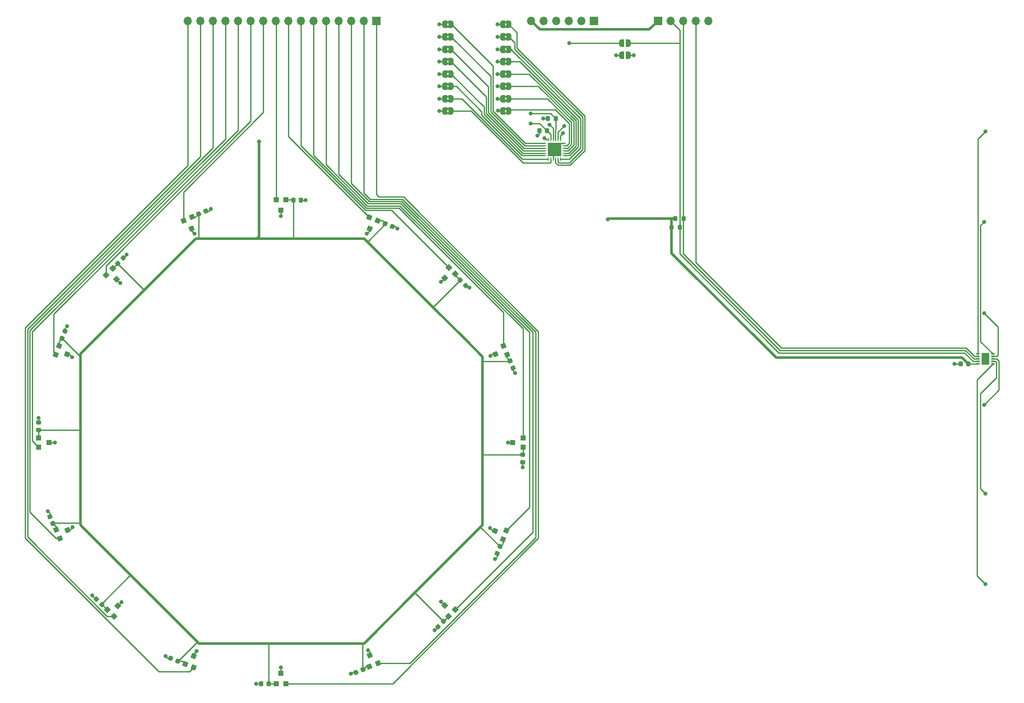
<source format=gtl>
G04 #@! TF.GenerationSoftware,KiCad,Pcbnew,(6.0.2)*
G04 #@! TF.CreationDate,2023-03-16T16:07:34-07:00*
G04 #@! TF.ProjectId,hall-censor-and-cap-touch-prototype,68616c6c-2d63-4656-9e73-6f722d616e64,rev?*
G04 #@! TF.SameCoordinates,Original*
G04 #@! TF.FileFunction,Copper,L1,Top*
G04 #@! TF.FilePolarity,Positive*
%FSLAX46Y46*%
G04 Gerber Fmt 4.6, Leading zero omitted, Abs format (unit mm)*
G04 Created by KiCad (PCBNEW (6.0.2)) date 2023-03-16 16:07:34*
%MOMM*%
%LPD*%
G01*
G04 APERTURE LIST*
G04 Aperture macros list*
%AMRoundRect*
0 Rectangle with rounded corners*
0 $1 Rounding radius*
0 $2 $3 $4 $5 $6 $7 $8 $9 X,Y pos of 4 corners*
0 Add a 4 corners polygon primitive as box body*
4,1,4,$2,$3,$4,$5,$6,$7,$8,$9,$2,$3,0*
0 Add four circle primitives for the rounded corners*
1,1,$1+$1,$2,$3*
1,1,$1+$1,$4,$5*
1,1,$1+$1,$6,$7*
1,1,$1+$1,$8,$9*
0 Add four rect primitives between the rounded corners*
20,1,$1+$1,$2,$3,$4,$5,0*
20,1,$1+$1,$4,$5,$6,$7,0*
20,1,$1+$1,$6,$7,$8,$9,0*
20,1,$1+$1,$8,$9,$2,$3,0*%
%AMRotRect*
0 Rectangle, with rotation*
0 The origin of the aperture is its center*
0 $1 length*
0 $2 width*
0 $3 Rotation angle, in degrees counterclockwise*
0 Add horizontal line*
21,1,$1,$2,0,0,$3*%
%AMFreePoly0*
4,1,22,0.500000,-0.750000,0.000000,-0.750000,0.000000,-0.745033,-0.079941,-0.743568,-0.215256,-0.701293,-0.333266,-0.622738,-0.424486,-0.514219,-0.481581,-0.384460,-0.499164,-0.250000,-0.500000,-0.250000,-0.500000,0.250000,-0.499164,0.250000,-0.499963,0.256109,-0.478152,0.396186,-0.417904,0.524511,-0.324060,0.630769,-0.204165,0.706417,-0.067858,0.745374,0.000000,0.744959,0.000000,0.750000,
0.500000,0.750000,0.500000,-0.750000,0.500000,-0.750000,$1*%
%AMFreePoly1*
4,1,20,0.000000,0.744959,0.073905,0.744508,0.209726,0.703889,0.328688,0.626782,0.421226,0.519385,0.479903,0.390333,0.500000,0.250000,0.500000,-0.250000,0.499851,-0.262216,0.476331,-0.402017,0.414519,-0.529596,0.319384,-0.634700,0.198574,-0.708877,0.061801,-0.746166,0.000000,-0.745033,0.000000,-0.750000,-0.500000,-0.750000,-0.500000,0.750000,0.000000,0.750000,0.000000,0.744959,
0.000000,0.744959,$1*%
G04 Aperture macros list end*
G04 #@! TA.AperFunction,ComponentPad*
%ADD10R,1.700000X1.700000*%
G04 #@! TD*
G04 #@! TA.AperFunction,ComponentPad*
%ADD11O,1.700000X1.700000*%
G04 #@! TD*
G04 #@! TA.AperFunction,SMDPad,CuDef*
%ADD12RoundRect,0.225000X0.017678X-0.335876X0.335876X-0.017678X-0.017678X0.335876X-0.335876X0.017678X0*%
G04 #@! TD*
G04 #@! TA.AperFunction,SMDPad,CuDef*
%ADD13RotRect,1.000000X1.000000X135.000000*%
G04 #@! TD*
G04 #@! TA.AperFunction,SMDPad,CuDef*
%ADD14RoundRect,0.225000X0.250000X-0.225000X0.250000X0.225000X-0.250000X0.225000X-0.250000X-0.225000X0*%
G04 #@! TD*
G04 #@! TA.AperFunction,SMDPad,CuDef*
%ADD15RotRect,1.000000X1.000000X157.500000*%
G04 #@! TD*
G04 #@! TA.AperFunction,SMDPad,CuDef*
%ADD16FreePoly0,180.000000*%
G04 #@! TD*
G04 #@! TA.AperFunction,SMDPad,CuDef*
%ADD17FreePoly1,180.000000*%
G04 #@! TD*
G04 #@! TA.AperFunction,SMDPad,CuDef*
%ADD18FreePoly0,0.000000*%
G04 #@! TD*
G04 #@! TA.AperFunction,SMDPad,CuDef*
%ADD19FreePoly1,0.000000*%
G04 #@! TD*
G04 #@! TA.AperFunction,SMDPad,CuDef*
%ADD20RoundRect,0.225000X0.225000X0.250000X-0.225000X0.250000X-0.225000X-0.250000X0.225000X-0.250000X0*%
G04 #@! TD*
G04 #@! TA.AperFunction,SMDPad,CuDef*
%ADD21RoundRect,0.225000X-0.303544X-0.144866X0.112202X-0.317074X0.303544X0.144866X-0.112202X0.317074X0*%
G04 #@! TD*
G04 #@! TA.AperFunction,SMDPad,CuDef*
%ADD22RoundRect,0.225000X0.144866X-0.303544X0.317074X0.112202X-0.144866X0.303544X-0.317074X-0.112202X0*%
G04 #@! TD*
G04 #@! TA.AperFunction,SMDPad,CuDef*
%ADD23RotRect,1.000000X1.000000X22.500000*%
G04 #@! TD*
G04 #@! TA.AperFunction,SMDPad,CuDef*
%ADD24R,1.000000X1.000000*%
G04 #@! TD*
G04 #@! TA.AperFunction,SMDPad,CuDef*
%ADD25RoundRect,0.225000X-0.250000X0.225000X-0.250000X-0.225000X0.250000X-0.225000X0.250000X0.225000X0*%
G04 #@! TD*
G04 #@! TA.AperFunction,SMDPad,CuDef*
%ADD26RoundRect,0.200000X0.200000X0.275000X-0.200000X0.275000X-0.200000X-0.275000X0.200000X-0.275000X0*%
G04 #@! TD*
G04 #@! TA.AperFunction,SMDPad,CuDef*
%ADD27RotRect,1.000000X1.000000X112.500000*%
G04 #@! TD*
G04 #@! TA.AperFunction,SMDPad,CuDef*
%ADD28RoundRect,0.225000X-0.335876X-0.017678X-0.017678X-0.335876X0.335876X0.017678X0.017678X0.335876X0*%
G04 #@! TD*
G04 #@! TA.AperFunction,SMDPad,CuDef*
%ADD29RoundRect,0.225000X-0.017678X0.335876X-0.335876X0.017678X0.017678X-0.335876X0.335876X-0.017678X0*%
G04 #@! TD*
G04 #@! TA.AperFunction,SMDPad,CuDef*
%ADD30RoundRect,0.225000X0.112202X0.317074X-0.303544X0.144866X-0.112202X-0.317074X0.303544X-0.144866X0*%
G04 #@! TD*
G04 #@! TA.AperFunction,SMDPad,CuDef*
%ADD31RoundRect,0.225000X-0.144866X0.303544X-0.317074X-0.112202X0.144866X-0.303544X0.317074X0.112202X0*%
G04 #@! TD*
G04 #@! TA.AperFunction,SMDPad,CuDef*
%ADD32RoundRect,0.200000X-0.200000X-0.275000X0.200000X-0.275000X0.200000X0.275000X-0.200000X0.275000X0*%
G04 #@! TD*
G04 #@! TA.AperFunction,SMDPad,CuDef*
%ADD33RotRect,1.000000X1.000000X247.500000*%
G04 #@! TD*
G04 #@! TA.AperFunction,SMDPad,CuDef*
%ADD34RotRect,1.000000X1.000000X45.000000*%
G04 #@! TD*
G04 #@! TA.AperFunction,SMDPad,CuDef*
%ADD35RoundRect,0.225000X0.317074X-0.112202X0.144866X0.303544X-0.317074X0.112202X-0.144866X-0.303544X0*%
G04 #@! TD*
G04 #@! TA.AperFunction,SMDPad,CuDef*
%ADD36R,0.790000X0.270000*%
G04 #@! TD*
G04 #@! TA.AperFunction,SMDPad,CuDef*
%ADD37R,0.270000X0.790000*%
G04 #@! TD*
G04 #@! TA.AperFunction,SMDPad,CuDef*
%ADD38R,2.700000X2.700000*%
G04 #@! TD*
G04 #@! TA.AperFunction,SMDPad,CuDef*
%ADD39RotRect,1.000000X1.000000X225.000000*%
G04 #@! TD*
G04 #@! TA.AperFunction,SMDPad,CuDef*
%ADD40RotRect,1.000000X1.000000X202.500000*%
G04 #@! TD*
G04 #@! TA.AperFunction,SMDPad,CuDef*
%ADD41RotRect,1.000000X1.000000X315.000000*%
G04 #@! TD*
G04 #@! TA.AperFunction,SMDPad,CuDef*
%ADD42RoundRect,0.225000X-0.225000X-0.250000X0.225000X-0.250000X0.225000X0.250000X-0.225000X0.250000X0*%
G04 #@! TD*
G04 #@! TA.AperFunction,SMDPad,CuDef*
%ADD43RotRect,1.000000X1.000000X337.500000*%
G04 #@! TD*
G04 #@! TA.AperFunction,SMDPad,CuDef*
%ADD44RoundRect,0.225000X0.335876X0.017678X0.017678X0.335876X-0.335876X-0.017678X-0.017678X-0.335876X0*%
G04 #@! TD*
G04 #@! TA.AperFunction,SMDPad,CuDef*
%ADD45RoundRect,0.225000X-0.112202X-0.317074X0.303544X-0.144866X0.112202X0.317074X-0.303544X0.144866X0*%
G04 #@! TD*
G04 #@! TA.AperFunction,SMDPad,CuDef*
%ADD46RotRect,1.000000X1.000000X292.500000*%
G04 #@! TD*
G04 #@! TA.AperFunction,SMDPad,CuDef*
%ADD47RoundRect,0.225000X0.303544X0.144866X-0.112202X0.317074X-0.303544X-0.144866X0.112202X-0.317074X0*%
G04 #@! TD*
G04 #@! TA.AperFunction,SMDPad,CuDef*
%ADD48RotRect,1.000000X1.000000X67.500000*%
G04 #@! TD*
G04 #@! TA.AperFunction,SMDPad,CuDef*
%ADD49R,1.550000X2.480000*%
G04 #@! TD*
G04 #@! TA.AperFunction,SMDPad,CuDef*
%ADD50R,0.650000X0.300000*%
G04 #@! TD*
G04 #@! TA.AperFunction,SMDPad,CuDef*
%ADD51RoundRect,0.225000X-0.317074X0.112202X-0.144866X-0.303544X0.317074X-0.112202X0.144866X0.303544X0*%
G04 #@! TD*
G04 #@! TA.AperFunction,ViaPad*
%ADD52C,0.800000*%
G04 #@! TD*
G04 #@! TA.AperFunction,Conductor*
%ADD53C,0.250000*%
G04 #@! TD*
G04 #@! TA.AperFunction,Conductor*
%ADD54C,0.500000*%
G04 #@! TD*
G04 APERTURE END LIST*
G36*
X176000000Y-126350000D02*
G01*
X175500000Y-126350000D01*
X175500000Y-125950000D01*
X176000000Y-125950000D01*
X176000000Y-126350000D01*
G37*
G36*
X176000000Y-125550000D02*
G01*
X175500000Y-125550000D01*
X175500000Y-125150000D01*
X176000000Y-125150000D01*
X176000000Y-125550000D01*
G37*
G36*
X176000000Y-113850000D02*
G01*
X175500000Y-113850000D01*
X175500000Y-113450000D01*
X176000000Y-113450000D01*
X176000000Y-113850000D01*
G37*
G36*
X176000000Y-113050000D02*
G01*
X175500000Y-113050000D01*
X175500000Y-112650000D01*
X176000000Y-112650000D01*
X176000000Y-113050000D01*
G37*
G36*
X187650000Y-110550000D02*
G01*
X187150000Y-110550000D01*
X187150000Y-110150000D01*
X187650000Y-110150000D01*
X187650000Y-110550000D01*
G37*
G36*
X187650000Y-111350000D02*
G01*
X187150000Y-111350000D01*
X187150000Y-110950000D01*
X187650000Y-110950000D01*
X187650000Y-111350000D01*
G37*
G36*
X176000000Y-111350000D02*
G01*
X175500000Y-111350000D01*
X175500000Y-110950000D01*
X176000000Y-110950000D01*
X176000000Y-111350000D01*
G37*
G36*
X176000000Y-110550000D02*
G01*
X175500000Y-110550000D01*
X175500000Y-110150000D01*
X176000000Y-110150000D01*
X176000000Y-110550000D01*
G37*
G36*
X176000000Y-123850000D02*
G01*
X175500000Y-123850000D01*
X175500000Y-123450000D01*
X176000000Y-123450000D01*
X176000000Y-123850000D01*
G37*
G36*
X176000000Y-123050000D02*
G01*
X175500000Y-123050000D01*
X175500000Y-122650000D01*
X176000000Y-122650000D01*
X176000000Y-123050000D01*
G37*
G36*
X176000000Y-116350000D02*
G01*
X175500000Y-116350000D01*
X175500000Y-115950000D01*
X176000000Y-115950000D01*
X176000000Y-116350000D01*
G37*
G36*
X176000000Y-115550000D02*
G01*
X175500000Y-115550000D01*
X175500000Y-115150000D01*
X176000000Y-115150000D01*
X176000000Y-115550000D01*
G37*
G36*
X187650000Y-125550000D02*
G01*
X187150000Y-125550000D01*
X187150000Y-125150000D01*
X187650000Y-125150000D01*
X187650000Y-125550000D01*
G37*
G36*
X187650000Y-126350000D02*
G01*
X187150000Y-126350000D01*
X187150000Y-125950000D01*
X187650000Y-125950000D01*
X187650000Y-126350000D01*
G37*
G36*
X187650000Y-120550000D02*
G01*
X187150000Y-120550000D01*
X187150000Y-120150000D01*
X187650000Y-120150000D01*
X187650000Y-120550000D01*
G37*
G36*
X187650000Y-121350000D02*
G01*
X187150000Y-121350000D01*
X187150000Y-120950000D01*
X187650000Y-120950000D01*
X187650000Y-121350000D01*
G37*
G36*
X187650000Y-113050000D02*
G01*
X187150000Y-113050000D01*
X187150000Y-112650000D01*
X187650000Y-112650000D01*
X187650000Y-113050000D01*
G37*
G36*
X187650000Y-113850000D02*
G01*
X187150000Y-113850000D01*
X187150000Y-113450000D01*
X187650000Y-113450000D01*
X187650000Y-113850000D01*
G37*
G36*
X176000000Y-118050000D02*
G01*
X175500000Y-118050000D01*
X175500000Y-117650000D01*
X176000000Y-117650000D01*
X176000000Y-118050000D01*
G37*
G36*
X176000000Y-118850000D02*
G01*
X175500000Y-118850000D01*
X175500000Y-118450000D01*
X176000000Y-118450000D01*
X176000000Y-118850000D01*
G37*
G36*
X176000000Y-128850000D02*
G01*
X175500000Y-128850000D01*
X175500000Y-128450000D01*
X176000000Y-128450000D01*
X176000000Y-128850000D01*
G37*
G36*
X176000000Y-128050000D02*
G01*
X175500000Y-128050000D01*
X175500000Y-127650000D01*
X176000000Y-127650000D01*
X176000000Y-128050000D01*
G37*
G36*
X176000000Y-121350000D02*
G01*
X175500000Y-121350000D01*
X175500000Y-120950000D01*
X176000000Y-120950000D01*
X176000000Y-121350000D01*
G37*
G36*
X176000000Y-120550000D02*
G01*
X175500000Y-120550000D01*
X175500000Y-120150000D01*
X176000000Y-120150000D01*
X176000000Y-120550000D01*
G37*
G36*
X187650000Y-128050000D02*
G01*
X187150000Y-128050000D01*
X187150000Y-127650000D01*
X187650000Y-127650000D01*
X187650000Y-128050000D01*
G37*
G36*
X187650000Y-128850000D02*
G01*
X187150000Y-128850000D01*
X187150000Y-128450000D01*
X187650000Y-128450000D01*
X187650000Y-128850000D01*
G37*
G36*
X187650000Y-115550000D02*
G01*
X187150000Y-115550000D01*
X187150000Y-115150000D01*
X187650000Y-115150000D01*
X187650000Y-115550000D01*
G37*
G36*
X187650000Y-116350000D02*
G01*
X187150000Y-116350000D01*
X187150000Y-115950000D01*
X187650000Y-115950000D01*
X187650000Y-116350000D01*
G37*
G36*
X187650000Y-118050000D02*
G01*
X187150000Y-118050000D01*
X187150000Y-117650000D01*
X187650000Y-117650000D01*
X187650000Y-118050000D01*
G37*
G36*
X187650000Y-118850000D02*
G01*
X187150000Y-118850000D01*
X187150000Y-118450000D01*
X187650000Y-118450000D01*
X187650000Y-118850000D01*
G37*
G36*
X187650000Y-123050000D02*
G01*
X187150000Y-123050000D01*
X187150000Y-122650000D01*
X187650000Y-122650000D01*
X187650000Y-123050000D01*
G37*
G36*
X187650000Y-123850000D02*
G01*
X187150000Y-123850000D01*
X187150000Y-123450000D01*
X187650000Y-123450000D01*
X187650000Y-123850000D01*
G37*
D10*
X161300000Y-110000000D03*
D11*
X158760000Y-110000000D03*
X156220000Y-110000000D03*
X153680000Y-110000000D03*
X151140000Y-110000000D03*
X148600000Y-110000000D03*
X146060000Y-110000000D03*
X143520000Y-110000000D03*
X140980000Y-110000000D03*
X138440000Y-110000000D03*
X135900000Y-110000000D03*
X133360000Y-110000000D03*
X130820000Y-110000000D03*
X128280000Y-110000000D03*
X125740000Y-110000000D03*
X123200000Y-110000000D03*
D12*
X173765544Y-232531560D03*
X174861560Y-231435544D03*
D13*
X177256676Y-161206827D03*
X175913173Y-159863324D03*
X175100000Y-162020000D03*
D14*
X190850000Y-199295000D03*
X190850000Y-197745000D03*
D15*
X161595510Y-150447469D03*
X159840139Y-149720370D03*
X159914189Y-152024067D03*
D16*
X212150000Y-114500000D03*
D17*
X210850000Y-114500000D03*
D18*
X175100000Y-125750000D03*
D19*
X176400000Y-125750000D03*
D20*
X195775000Y-132250000D03*
X194225000Y-132250000D03*
D21*
X119766168Y-238862786D03*
X121198182Y-239455946D03*
D22*
X185696896Y-217761958D03*
X186290056Y-216329944D03*
D18*
X175100000Y-113250000D03*
D19*
X176400000Y-113250000D03*
D23*
X159874132Y-240603623D03*
X161629503Y-239876524D03*
X159948182Y-238299926D03*
D20*
X197525000Y-129750000D03*
X195975000Y-129750000D03*
D16*
X188050000Y-110750000D03*
D17*
X186750000Y-110750000D03*
D24*
X142975000Y-146220000D03*
X141075000Y-146220000D03*
X142025000Y-148320000D03*
D18*
X175100000Y-110750000D03*
D19*
X176400000Y-110750000D03*
D25*
X93100000Y-191245000D03*
X93100000Y-192795000D03*
D24*
X190900000Y-196220000D03*
X190900000Y-194320000D03*
X188800000Y-195270000D03*
D26*
X223325000Y-150000000D03*
X221675000Y-150000000D03*
D18*
X175100000Y-123250000D03*
D19*
X176400000Y-123250000D03*
D18*
X175100000Y-115750000D03*
D19*
X176400000Y-115750000D03*
D27*
X187683623Y-177495868D03*
X186956524Y-175740497D03*
X185379926Y-177421818D03*
D28*
X104753984Y-226923984D03*
X105850000Y-228020000D03*
D29*
X110148008Y-157971992D03*
X109051992Y-159068008D03*
D30*
X126816007Y-148473420D03*
X125383993Y-149066580D03*
D31*
X98396580Y-172803993D03*
X97803420Y-174236007D03*
D32*
X220925000Y-151750000D03*
X222575000Y-151750000D03*
D33*
X97243476Y-175740497D03*
X96516377Y-177495868D03*
X98820074Y-177421818D03*
D34*
X175884263Y-230397766D03*
X177227766Y-229054263D03*
X175071090Y-228241090D03*
D24*
X93050000Y-194320000D03*
X93050000Y-196220000D03*
X95150000Y-195270000D03*
D16*
X188050000Y-125750000D03*
D17*
X186750000Y-125750000D03*
D16*
X212150000Y-117000000D03*
D17*
X210850000Y-117000000D03*
D16*
X188050000Y-120750000D03*
D17*
X186750000Y-120750000D03*
D35*
X188303420Y-178803993D03*
X188896580Y-180236007D03*
D16*
X188050000Y-113250000D03*
D17*
X186750000Y-113250000D03*
D10*
X205250000Y-110000000D03*
D11*
X202710000Y-110000000D03*
X200170000Y-110000000D03*
X197630000Y-110000000D03*
X195090000Y-110000000D03*
X192550000Y-110000000D03*
D36*
X195280000Y-134750000D03*
X195280000Y-135250000D03*
X195280000Y-135750000D03*
X195280000Y-136250000D03*
X195280000Y-136750000D03*
X195280000Y-137250000D03*
D37*
X196000000Y-137970000D03*
X196500000Y-137970000D03*
X197000000Y-137970000D03*
X197500000Y-137970000D03*
X198000000Y-137970000D03*
X198500000Y-137970000D03*
D36*
X199220000Y-137250000D03*
X199220000Y-136750000D03*
X199220000Y-136250000D03*
X199220000Y-135750000D03*
X199220000Y-135250000D03*
X199220000Y-134750000D03*
D37*
X198500000Y-134030000D03*
X198000000Y-134030000D03*
X197500000Y-134030000D03*
X197000000Y-134030000D03*
X196500000Y-134030000D03*
X196000000Y-134030000D03*
D38*
X197250000Y-136000000D03*
D39*
X108029289Y-160105786D03*
X106685786Y-161449289D03*
X108842462Y-162262462D03*
D40*
X124075868Y-149686377D03*
X122320497Y-150413476D03*
X124001818Y-151990074D03*
D18*
X175100000Y-118250000D03*
D19*
X176400000Y-118250000D03*
D18*
X175100000Y-128250000D03*
D19*
X176400000Y-128250000D03*
D24*
X141075000Y-244070000D03*
X142975000Y-244070000D03*
X142025000Y-241970000D03*
D10*
X218175000Y-110000000D03*
D11*
X220715000Y-110000000D03*
X223255000Y-110000000D03*
X225795000Y-110000000D03*
X228335000Y-110000000D03*
D41*
X106935786Y-229090711D03*
X108279289Y-230434214D03*
X109092462Y-228277538D03*
D18*
X175100000Y-120750000D03*
D19*
X176400000Y-120750000D03*
D20*
X146050000Y-146270000D03*
X144500000Y-146270000D03*
D16*
X188050000Y-128250000D03*
D17*
X186750000Y-128250000D03*
D42*
X138000000Y-244020000D03*
X139550000Y-244020000D03*
D16*
X188050000Y-115750000D03*
D17*
X186750000Y-115750000D03*
D16*
X188050000Y-118250000D03*
D17*
X186750000Y-118250000D03*
D16*
X188050000Y-123250000D03*
D17*
X186750000Y-123250000D03*
D43*
X122668679Y-240062470D03*
X124424050Y-240789569D03*
X124350000Y-238485872D03*
D20*
X279300000Y-179385000D03*
X280850000Y-179385000D03*
D44*
X179342462Y-163527538D03*
X178246446Y-162431522D03*
D45*
X157133993Y-241816580D03*
X158566007Y-241223420D03*
D46*
X96614559Y-212945950D03*
X97341658Y-214701321D03*
X98918256Y-213020000D03*
D47*
X164532014Y-151600573D03*
X163100000Y-151007413D03*
D48*
X186850000Y-214825454D03*
X187577099Y-213070083D03*
X185273402Y-213144133D03*
D49*
X284325000Y-178385000D03*
D50*
X285875000Y-177385000D03*
X285875000Y-177885000D03*
X285875000Y-178385000D03*
X285875000Y-178885000D03*
X285875000Y-179385000D03*
X282775000Y-179385000D03*
X282775000Y-178885000D03*
X282775000Y-178385000D03*
X282775000Y-177885000D03*
X282775000Y-177385000D03*
D51*
X95355022Y-210239804D03*
X95948182Y-211671818D03*
D52*
X137575000Y-134385000D03*
X192500000Y-130750000D03*
X208075000Y-150135000D03*
X192500000Y-128750000D03*
X109850000Y-227520000D03*
X124948182Y-237455946D03*
X165566007Y-152053993D03*
X94948182Y-209171818D03*
X193825000Y-133250000D03*
X173063552Y-233233552D03*
X142025000Y-149520000D03*
X96350000Y-195270000D03*
X180092462Y-164006945D03*
X187850000Y-195270000D03*
X127850000Y-148020000D03*
X197750000Y-136500000D03*
X98850000Y-171770000D03*
X189350000Y-181270000D03*
X103911813Y-226208188D03*
X278075000Y-179385000D03*
X174342462Y-162777538D03*
X137025000Y-244020000D03*
X284325000Y-178385000D03*
X110850000Y-157270000D03*
X195000000Y-129750000D03*
X197750000Y-135500000D03*
X196750000Y-135500000D03*
X124600000Y-153020000D03*
X184350000Y-177770000D03*
X93100000Y-190270000D03*
X196750000Y-136500000D03*
X142025000Y-240770000D03*
X109600000Y-163020000D03*
X147025000Y-146270000D03*
X118698182Y-238455946D03*
X159316007Y-153053993D03*
X156100000Y-242020000D03*
X184243476Y-212545951D03*
X190850000Y-200270000D03*
X174313552Y-227483552D03*
X159600000Y-237270000D03*
X185243476Y-218795951D03*
X99948182Y-212421818D03*
X99850000Y-178020000D03*
X284074998Y-150635000D03*
X284074999Y-169134998D03*
X284075000Y-187635000D03*
X284325000Y-205635000D03*
X284325000Y-223885000D03*
X174000000Y-110750000D03*
X174000000Y-113250000D03*
X174000000Y-115750000D03*
X174000000Y-118250000D03*
X174000000Y-120750000D03*
X174000000Y-123250000D03*
X174000000Y-125750000D03*
X174000000Y-128250000D03*
X185750000Y-110750000D03*
X185750000Y-113250000D03*
X185750000Y-115750000D03*
X185750000Y-118250000D03*
X185750000Y-120750000D03*
X185750000Y-123250000D03*
X185750000Y-125750000D03*
X185832263Y-128167737D03*
X209750000Y-117000000D03*
X199250000Y-131250000D03*
X199000000Y-132750000D03*
X200250000Y-114500000D03*
X195250000Y-133750000D03*
X196250000Y-131000000D03*
X213250000Y-117000000D03*
X284325000Y-132385000D03*
D53*
X190795704Y-137970000D02*
X196000000Y-137970000D01*
X178575704Y-125750000D02*
X190795704Y-137970000D01*
X176400000Y-125750000D02*
X178575704Y-125750000D01*
X196500000Y-138615000D02*
X196500000Y-137970000D01*
X186750000Y-128250000D02*
X185914526Y-128250000D01*
X184848533Y-128208605D02*
X191389927Y-134749999D01*
X176500000Y-110750000D02*
X184848533Y-119098533D01*
X184399023Y-128394799D02*
X191254224Y-135250000D01*
X191118520Y-135750000D02*
X195280000Y-135750000D01*
X183949513Y-128580993D02*
X191118520Y-135750000D01*
X183949511Y-123299511D02*
X183949513Y-128580993D01*
X176400000Y-115750000D02*
X183949511Y-123299511D01*
X180440000Y-128250000D02*
X190940000Y-138750000D01*
X191254224Y-135250000D02*
X195280000Y-135250000D01*
X183500003Y-128767187D02*
X190982816Y-136250000D01*
X190940000Y-138750000D02*
X196365000Y-138750000D01*
X176400000Y-118250000D02*
X183500001Y-125350001D01*
X176400000Y-113250000D02*
X184399023Y-121249023D01*
X190847112Y-136750000D02*
X195280000Y-136750000D01*
X191389927Y-134749999D02*
X195280000Y-134750000D01*
X183050493Y-128953381D02*
X190847112Y-136750000D01*
X176400000Y-128250000D02*
X180440000Y-128250000D01*
X182575000Y-128385000D02*
X182575000Y-129113592D01*
X185914526Y-128250000D02*
X185832263Y-128167737D01*
X177440000Y-123250000D02*
X182575000Y-128385000D01*
X176400000Y-123250000D02*
X177440000Y-123250000D01*
X196365000Y-138750000D02*
X196500000Y-138615000D01*
X184848533Y-119098533D02*
X184848533Y-128208605D01*
X190711408Y-137250000D02*
X195280000Y-137250000D01*
X182575000Y-129113592D02*
X190711408Y-137250000D01*
X183500001Y-125350001D02*
X183500003Y-128767187D01*
X184399023Y-121249023D02*
X184399023Y-128394799D01*
X190982816Y-136250000D02*
X195280000Y-136250000D01*
X183050491Y-127400491D02*
X183050493Y-128953381D01*
X176400000Y-110750000D02*
X176500000Y-110750000D01*
X176400000Y-120750000D02*
X183050491Y-127400491D01*
X203396585Y-136239132D02*
X200436197Y-139199520D01*
X197948802Y-139199520D02*
X197500000Y-138750718D01*
X203396585Y-129260867D02*
X203396585Y-136239132D01*
X189699511Y-115563793D02*
X203396585Y-129260867D01*
X197500000Y-138750718D02*
X197500000Y-137970000D01*
X189699511Y-112399511D02*
X189699511Y-115563793D01*
X200436197Y-139199520D02*
X197948802Y-139199520D01*
X188050000Y-110750000D02*
X189699511Y-112399511D01*
D54*
X137187212Y-154022788D02*
X137575000Y-153635000D01*
X137575000Y-153635000D02*
X137575000Y-134385000D01*
X208210000Y-150000000D02*
X208075000Y-150135000D01*
X220925000Y-150000000D02*
X208210000Y-150000000D01*
D53*
X194225000Y-132850000D02*
X193825000Y-133250000D01*
X194225000Y-132250000D02*
X194225000Y-132850000D01*
X198500000Y-134750000D02*
X197250000Y-136000000D01*
X199220000Y-134750000D02*
X198500000Y-134750000D01*
X197000000Y-136250000D02*
X197250000Y-136000000D01*
X197000000Y-137970000D02*
X197000000Y-136250000D01*
D54*
X137187212Y-154022788D02*
X144462788Y-154022788D01*
X125437212Y-154022788D02*
X137187212Y-154022788D01*
X242075000Y-178135000D02*
X279600000Y-178135000D01*
X279600000Y-178135000D02*
X280850000Y-179385000D01*
X220925000Y-156985000D02*
X242075000Y-178135000D01*
X220925000Y-151750000D02*
X220925000Y-156985000D01*
D53*
X281879568Y-178885000D02*
X282775000Y-178885000D01*
X280129568Y-177135000D02*
X281879568Y-178885000D01*
X242575000Y-177135000D02*
X280129568Y-177135000D01*
X222575000Y-157135000D02*
X242575000Y-177135000D01*
X222575000Y-151750000D02*
X222575000Y-157135000D01*
X223299520Y-150025480D02*
X223325000Y-150000000D01*
X223299520Y-157109520D02*
X223299520Y-150025480D01*
X242825000Y-176635000D02*
X223299520Y-157109520D01*
X280265272Y-176635000D02*
X242825000Y-176635000D01*
X282015272Y-178385000D02*
X280265272Y-176635000D01*
X282775000Y-178385000D02*
X282015272Y-178385000D01*
X225795000Y-110000000D02*
X225795000Y-158855000D01*
X225795000Y-158855000D02*
X243075000Y-176135000D01*
X282150978Y-177885000D02*
X282775000Y-177885000D01*
X243075000Y-176135000D02*
X280400978Y-176135000D01*
X280400978Y-176135000D02*
X282150978Y-177885000D01*
D54*
X179383673Y-174576327D02*
X182767133Y-177959786D01*
X172758673Y-167951327D02*
X179383673Y-174576327D01*
X124814402Y-154022788D02*
X125437212Y-154022788D01*
X114388595Y-164448595D02*
X124814402Y-154022788D01*
D53*
X178246446Y-162431522D02*
X178246446Y-162463554D01*
X178246446Y-162463554D02*
X172758673Y-167951327D01*
D54*
X159508673Y-154701327D02*
X172758673Y-167951327D01*
X182767133Y-178827133D02*
X182767133Y-197692867D01*
X182767133Y-177959786D02*
X182767133Y-178827133D01*
D53*
X188280280Y-178827133D02*
X182767133Y-178827133D01*
X182819266Y-197745000D02*
X182767133Y-197692867D01*
D54*
X182767133Y-197692867D02*
X182767133Y-211975520D01*
D53*
X190850000Y-197745000D02*
X182819266Y-197745000D01*
X186269944Y-216329944D02*
X182341326Y-212401326D01*
X186290056Y-216329944D02*
X186269944Y-216329944D01*
D54*
X182341326Y-212401326D02*
X169216326Y-225526326D01*
X182767133Y-211975520D02*
X182341326Y-212401326D01*
D53*
X174861560Y-231435544D02*
X169216326Y-225790310D01*
X169216326Y-225790310D02*
X169216326Y-225526326D01*
D54*
X169216326Y-225526326D02*
X158830135Y-235912518D01*
D53*
X158547482Y-241204895D02*
X158547482Y-235912518D01*
D54*
X158830135Y-235912518D02*
X158547482Y-235912518D01*
X158547482Y-235912518D02*
X139547482Y-235912518D01*
D53*
X139550000Y-244020000D02*
X139550000Y-235915036D01*
D54*
X139547482Y-235912518D02*
X125444322Y-235912518D01*
D53*
X139550000Y-235915036D02*
X139547482Y-235912518D01*
D54*
X125120902Y-235589098D02*
X111620902Y-222089098D01*
D53*
X121198182Y-239455946D02*
X121254054Y-239455946D01*
D54*
X125444322Y-235912518D02*
X125120902Y-235589098D01*
D53*
X121254054Y-239455946D02*
X125120902Y-235589098D01*
X105850000Y-227860000D02*
X111620902Y-222089098D01*
X105850000Y-228020000D02*
X105850000Y-227860000D01*
D54*
X111620902Y-222089098D02*
X101507324Y-211975520D01*
X101507324Y-211567324D02*
X101507324Y-192702676D01*
D53*
X96052676Y-211567324D02*
X101507324Y-211567324D01*
D54*
X101507324Y-211975520D02*
X101507324Y-211567324D01*
D53*
X93100000Y-192795000D02*
X101415000Y-192795000D01*
D54*
X101507324Y-192702676D02*
X101507324Y-177952676D01*
D53*
X101415000Y-192795000D02*
X101507324Y-192702676D01*
X97803420Y-174248772D02*
X101507324Y-177952676D01*
D54*
X101507324Y-177952676D02*
X101507324Y-177329865D01*
D53*
X97803420Y-174236007D02*
X97803420Y-174248772D01*
X109051992Y-159111992D02*
X114388595Y-164448595D01*
D54*
X101507324Y-177329865D02*
X114388595Y-164448595D01*
D53*
X125383993Y-149066580D02*
X125383993Y-153969569D01*
X125383993Y-153969569D02*
X125437212Y-154022788D01*
D54*
X124814401Y-154022788D02*
X125437212Y-154022788D01*
D53*
X144500000Y-146270000D02*
X144500000Y-153985576D01*
D54*
X144462788Y-154022788D02*
X158830135Y-154022788D01*
D53*
X144500000Y-153985576D02*
X144462788Y-154022788D01*
X163100000Y-151110000D02*
X159508673Y-154701327D01*
X163100000Y-151007413D02*
X163100000Y-151110000D01*
D54*
X158830135Y-154022788D02*
X159508673Y-154701327D01*
D53*
X138440000Y-110000000D02*
X138440000Y-128520000D01*
X138440000Y-128520000D02*
X122320497Y-144639503D01*
X122320497Y-144639503D02*
X122320497Y-150413476D01*
X123200000Y-139260000D02*
X123200000Y-110000000D01*
X90325000Y-172135000D02*
X123200000Y-139260000D01*
X90325000Y-214635000D02*
X90325000Y-172135000D01*
X123578619Y-241635000D02*
X117325000Y-241635000D01*
X117325000Y-241635000D02*
X90325000Y-214635000D01*
X124424050Y-240789569D02*
X123578619Y-241635000D01*
X90825000Y-172385000D02*
X125740000Y-137470000D01*
X90825000Y-214385000D02*
X90825000Y-172385000D01*
X106874214Y-230434214D02*
X90825000Y-214385000D01*
X108279289Y-230434214D02*
X106874214Y-230434214D01*
X125740000Y-137470000D02*
X125740000Y-110000000D01*
X104627609Y-226923984D02*
X103911813Y-226208188D01*
X104753984Y-226923984D02*
X104627609Y-226923984D01*
X91325000Y-209385000D02*
X91325000Y-172635000D01*
X91325000Y-172635000D02*
X128280000Y-135680000D01*
X96641321Y-214701321D02*
X91325000Y-209385000D01*
X97341658Y-214701321D02*
X96641321Y-214701321D01*
X128280000Y-135680000D02*
X128280000Y-110000000D01*
X130820000Y-133890000D02*
X130820000Y-110000000D01*
X93050000Y-196220000D02*
X91825000Y-194995000D01*
X91825000Y-194995000D02*
X91825000Y-172885000D01*
X91825000Y-172885000D02*
X130820000Y-133890000D01*
X133360000Y-132100000D02*
X133360000Y-110000000D01*
X96133694Y-177113185D02*
X96133694Y-169326306D01*
X96516377Y-177495868D02*
X96133694Y-177113185D01*
X96133694Y-169326306D02*
X133360000Y-132100000D01*
X135900000Y-130310000D02*
X135900000Y-110000000D01*
X106685786Y-159524214D02*
X135900000Y-130310000D01*
X106685786Y-161449289D02*
X106685786Y-159524214D01*
X193475790Y-214495204D02*
X168094470Y-239876524D01*
X160024512Y-146084512D02*
X166588808Y-146084512D01*
X158760000Y-144820000D02*
X160024512Y-146084512D01*
X165844035Y-147882555D02*
X186956524Y-168995044D01*
X159279740Y-147882556D02*
X165844035Y-147882555D01*
X148600000Y-137202816D02*
X159279740Y-147882556D01*
X148600000Y-110000000D02*
X148600000Y-137202816D01*
X159465933Y-147433045D02*
X166030229Y-147433045D01*
X151140000Y-139107112D02*
X159465933Y-147433045D01*
X158760000Y-110000000D02*
X158760000Y-144820000D01*
X151140000Y-110000000D02*
X151140000Y-139107112D01*
X153680000Y-141011408D02*
X159652126Y-146983534D01*
X190900000Y-172302816D02*
X190900000Y-194320000D01*
X192845869Y-213436160D02*
X177227766Y-229054263D01*
X192845869Y-172977277D02*
X192845869Y-213436160D01*
X166402614Y-146534022D02*
X192845869Y-172977277D01*
X159838319Y-146534023D02*
X166402614Y-146534022D01*
X168094470Y-239876524D02*
X161629503Y-239876524D01*
X156220000Y-142915704D02*
X159838319Y-146534023D01*
X156220000Y-110000000D02*
X156220000Y-142915704D01*
X166588808Y-146084512D02*
X193475790Y-172971494D01*
X192215948Y-172983060D02*
X192215948Y-208431234D01*
X159652126Y-146983534D02*
X166216423Y-146983535D01*
X192215948Y-208431234D02*
X187577099Y-213070083D01*
X164381915Y-148332066D02*
X159093546Y-148332066D01*
X186956524Y-168995044D02*
X186956524Y-175740497D01*
X166216423Y-146983535D02*
X192215948Y-172983060D01*
X159840139Y-149720370D02*
X143520000Y-133400231D01*
X193475790Y-172971494D02*
X193475790Y-214495204D01*
X166030229Y-147433045D02*
X190900000Y-172302816D01*
X159093546Y-148332066D02*
X146060000Y-135298520D01*
X153680000Y-110000000D02*
X153680000Y-141011408D01*
X146060000Y-135298520D02*
X146060000Y-110000000D01*
X175913173Y-159863324D02*
X164381915Y-148332066D01*
X143520000Y-133400231D02*
X143520000Y-110000000D01*
X166775000Y-145635000D02*
X161825000Y-145635000D01*
X194025000Y-214635000D02*
X194025000Y-172885000D01*
X161825000Y-145635000D02*
X161300000Y-145110000D01*
X161300000Y-145110000D02*
X161300000Y-110000000D01*
X164590000Y-244070000D02*
X194025000Y-214635000D01*
X194025000Y-172885000D02*
X166775000Y-145635000D01*
X142975000Y-244070000D02*
X164590000Y-244070000D01*
X141075000Y-146220000D02*
X141075000Y-110855000D01*
X179342462Y-163527538D02*
X179821869Y-164006945D01*
X179821869Y-164006945D02*
X180092462Y-164006945D01*
X162540056Y-150447469D02*
X163100000Y-151007413D01*
X175884263Y-230397766D02*
X175884263Y-230412841D01*
X196500000Y-132975000D02*
X195775000Y-132250000D01*
X197500000Y-132024600D02*
X197525000Y-131999600D01*
X93050000Y-194320000D02*
X93050000Y-192845000D01*
X190900000Y-197695000D02*
X190850000Y-197745000D01*
X196500000Y-134030000D02*
X196500000Y-132975000D01*
X124764196Y-149686377D02*
X125383993Y-149066580D01*
X195775000Y-132250000D02*
X194275000Y-130750000D01*
X121198182Y-239455946D02*
X122062155Y-239455946D01*
X187683623Y-177495868D02*
X187683623Y-178184196D01*
D54*
X192550000Y-110000000D02*
X194300000Y-111750000D01*
D53*
X139600000Y-244070000D02*
X139550000Y-244020000D01*
D54*
X220925000Y-150000000D02*
X221675000Y-150000000D01*
D53*
X124075868Y-149686377D02*
X124764196Y-149686377D01*
X186850000Y-214825454D02*
X186850000Y-215770000D01*
D54*
X216425000Y-111750000D02*
X218175000Y-110000000D01*
X194300000Y-111750000D02*
X216425000Y-111750000D01*
D53*
X106920711Y-229090711D02*
X105850000Y-228020000D01*
X108029289Y-160090711D02*
X109051992Y-159068008D01*
X194275000Y-130750000D02*
X192500000Y-130750000D01*
X144450000Y-146220000D02*
X144500000Y-146270000D01*
X97243476Y-175740497D02*
X97243476Y-174795951D01*
X196500000Y-128750000D02*
X192500000Y-128750000D01*
X93050000Y-192845000D02*
X93100000Y-192795000D01*
X197525000Y-129750000D02*
X197500000Y-129750000D01*
X141075000Y-244070000D02*
X139600000Y-244070000D01*
X190900000Y-196220000D02*
X190900000Y-197695000D01*
X159874132Y-240603623D02*
X159185804Y-240603623D01*
X197525000Y-131999600D02*
X197525000Y-129750000D01*
X106935786Y-229090711D02*
X106920711Y-229090711D01*
X197500000Y-129750000D02*
X196500000Y-128750000D01*
X122062155Y-239455946D02*
X122668679Y-240062470D01*
X187683623Y-178184196D02*
X188303420Y-178803993D01*
X97243476Y-174795951D02*
X97803420Y-174236007D01*
X142975000Y-146220000D02*
X144450000Y-146220000D01*
D54*
X220925000Y-151750000D02*
X220925000Y-150000000D01*
D53*
X108029289Y-160105786D02*
X108029289Y-160090711D01*
X177256676Y-161441752D02*
X178246446Y-162431522D01*
X177256676Y-161206827D02*
X177256676Y-161441752D01*
X159185804Y-240603623D02*
X158566007Y-241223420D01*
X197500000Y-134030000D02*
X197500000Y-132024600D01*
X161595510Y-150447469D02*
X162540056Y-150447469D01*
X175884263Y-230412841D02*
X174861560Y-231435544D01*
X282775000Y-179385000D02*
X280850000Y-179385000D01*
X96614559Y-212945950D02*
X96614559Y-212338195D01*
X96614559Y-212338195D02*
X95948182Y-211671818D01*
X186850000Y-215770000D02*
X186290056Y-216329944D01*
X146050000Y-146270000D02*
X147025000Y-146270000D01*
X159914189Y-152024067D02*
X159914189Y-152455811D01*
X142025000Y-241970000D02*
X142025000Y-240770000D01*
X98396580Y-172223420D02*
X98850000Y-171770000D01*
X188896580Y-180816580D02*
X189350000Y-181270000D01*
X195975000Y-129750000D02*
X195000000Y-129750000D01*
X99251818Y-177421818D02*
X99850000Y-178020000D01*
X159948182Y-238299926D02*
X159948182Y-237618182D01*
X185696896Y-217761958D02*
X185696896Y-218342531D01*
X197250000Y-136000000D02*
X196750000Y-136500000D01*
X142025000Y-148320000D02*
X142025000Y-149520000D01*
X126816007Y-148473420D02*
X127396580Y-148473420D01*
X98918256Y-213020000D02*
X99350000Y-213020000D01*
X185273402Y-213144133D02*
X184841658Y-213144133D01*
X175100000Y-162020000D02*
X174342462Y-162777538D01*
X157133993Y-241816580D02*
X156303420Y-241816580D01*
X99350000Y-213020000D02*
X99948182Y-212421818D01*
X279300000Y-179385000D02*
X278075000Y-179385000D01*
X184841658Y-213144133D02*
X184243476Y-212545951D01*
X124001818Y-152421818D02*
X124600000Y-153020000D01*
X156303420Y-241816580D02*
X156100000Y-242020000D01*
X197250000Y-136000000D02*
X196750000Y-135500000D01*
X127396580Y-148473420D02*
X127850000Y-148020000D01*
X108842462Y-162262462D02*
X109600000Y-163020000D01*
X138000000Y-244020000D02*
X137025000Y-244020000D01*
X110148008Y-157971992D02*
X110850000Y-157270000D01*
X190850000Y-199295000D02*
X190850000Y-200270000D01*
X159948182Y-237618182D02*
X159600000Y-237270000D01*
X159914189Y-152455811D02*
X159316007Y-153053993D01*
X173765544Y-232531560D02*
X173063552Y-233233552D01*
X188800000Y-195270000D02*
X187850000Y-195270000D01*
X119105022Y-238862786D02*
X118698182Y-238455946D01*
X119766168Y-238862786D02*
X119105022Y-238862786D01*
X188896580Y-180236007D02*
X188896580Y-180816580D01*
X98820074Y-177421818D02*
X99251818Y-177421818D01*
X93100000Y-191245000D02*
X93100000Y-190270000D01*
X95150000Y-195270000D02*
X96350000Y-195270000D01*
X95355022Y-209578658D02*
X94948182Y-209171818D01*
X124350000Y-238054128D02*
X124948182Y-237455946D01*
X124350000Y-238485872D02*
X124350000Y-238054128D01*
X124001818Y-151990074D02*
X124001818Y-152421818D01*
X109092462Y-228277538D02*
X109850000Y-227520000D01*
X185379926Y-177421818D02*
X184698182Y-177421818D01*
X175071090Y-228241090D02*
X174313552Y-227483552D01*
X98396580Y-172803993D02*
X98396580Y-172223420D01*
X185696896Y-218342531D02*
X185243476Y-218795951D01*
X165112587Y-151600573D02*
X165566007Y-152053993D01*
X197250000Y-136000000D02*
X197750000Y-136500000D01*
X164532014Y-151600573D02*
X165112587Y-151600573D01*
X184698182Y-177421818D02*
X184350000Y-177770000D01*
X95355022Y-210239804D02*
X95355022Y-209578658D01*
X197250000Y-136000000D02*
X197750000Y-135500000D01*
X283350498Y-151359500D02*
X284074998Y-150635000D01*
X283350498Y-174860498D02*
X283350498Y-151359500D01*
X285875000Y-177385000D02*
X283350498Y-174860498D01*
X285875000Y-177885000D02*
X286575000Y-177885000D01*
X286825000Y-171884999D02*
X284074999Y-169134998D01*
X286825000Y-177635000D02*
X286825000Y-171884999D01*
X286575000Y-177885000D02*
X286825000Y-177635000D01*
X286634726Y-178385000D02*
X287075000Y-178825274D01*
X287075000Y-178825274D02*
X287075000Y-184635000D01*
X285875000Y-178385000D02*
X286634726Y-178385000D01*
X287075000Y-184635000D02*
X284075000Y-187635000D01*
X285875000Y-178885000D02*
X286325000Y-178885000D01*
X283325000Y-185385000D02*
X283325000Y-204635000D01*
X286524511Y-179084511D02*
X286524511Y-182185489D01*
X286524511Y-182185489D02*
X283325000Y-185385000D01*
X286325000Y-178885000D02*
X286524511Y-179084511D01*
X283325000Y-204635000D02*
X284325000Y-205635000D01*
X282625000Y-222185000D02*
X284325000Y-223885000D01*
X285875000Y-179385000D02*
X282625000Y-182635000D01*
X282625000Y-182635000D02*
X282625000Y-222185000D01*
X174000000Y-110750000D02*
X175100000Y-110750000D01*
X174000000Y-113250000D02*
X175100000Y-113250000D01*
X174000000Y-115750000D02*
X175100000Y-115750000D01*
X174000000Y-118250000D02*
X175100000Y-118250000D01*
X174000000Y-120750000D02*
X175100000Y-120750000D01*
X174000000Y-123250000D02*
X175100000Y-123250000D01*
X174000000Y-125750000D02*
X175100000Y-125750000D01*
X175100000Y-128250000D02*
X174000000Y-128250000D01*
X186750000Y-110750000D02*
X185750000Y-110750000D01*
X186750000Y-113250000D02*
X185750000Y-113250000D01*
X186750000Y-115750000D02*
X185750000Y-115750000D01*
X186750000Y-118250000D02*
X185750000Y-118250000D01*
X186750000Y-120750000D02*
X185750000Y-120750000D01*
X186750000Y-123250000D02*
X185750000Y-123250000D01*
X186750000Y-125750000D02*
X185750000Y-125750000D01*
X198000000Y-134030000D02*
X198000000Y-132500000D01*
X198000000Y-132500000D02*
X199250000Y-131250000D01*
X209750000Y-117000000D02*
X210850000Y-117000000D01*
X198500000Y-133250000D02*
X199000000Y-132750000D01*
X198500000Y-134030000D02*
X198500000Y-133250000D01*
X210850000Y-114500000D02*
X200250000Y-114500000D01*
X195530000Y-134030000D02*
X195250000Y-133750000D01*
X196000000Y-134030000D02*
X195530000Y-134030000D01*
X197000000Y-134030000D02*
X197000000Y-131750000D01*
X197000000Y-131750000D02*
X196250000Y-131000000D01*
X222575000Y-114575000D02*
X222575000Y-111860000D01*
X222500000Y-114500000D02*
X222575000Y-114575000D01*
X212150000Y-114500000D02*
X222500000Y-114500000D01*
X222575000Y-151750000D02*
X222575000Y-114575000D01*
X222575000Y-111860000D02*
X220715000Y-110000000D01*
X223325000Y-150000000D02*
X223255000Y-149930000D01*
X213250000Y-117000000D02*
X212150000Y-117000000D01*
X223255000Y-149930000D02*
X223255000Y-110000000D01*
X198135000Y-138750000D02*
X198000000Y-138615000D01*
X200250000Y-138750000D02*
X198135000Y-138750000D01*
X189250000Y-115750000D02*
X202947065Y-129447065D01*
X188050000Y-113250000D02*
X189250000Y-114450000D01*
X202947065Y-129447065D02*
X202947065Y-136052935D01*
X189250000Y-114450000D02*
X189250000Y-115750000D01*
X198000000Y-138615000D02*
X198000000Y-137970000D01*
X202947065Y-136052935D02*
X200250000Y-138750000D01*
X188500000Y-115750000D02*
X202497554Y-129747554D01*
X200221857Y-137970000D02*
X198500000Y-137970000D01*
X202497554Y-135694303D02*
X200221857Y-137970000D01*
X188050000Y-115750000D02*
X188500000Y-115750000D01*
X202497554Y-129747554D02*
X202497554Y-135694303D01*
X200306153Y-137250000D02*
X199220000Y-137250000D01*
X188050000Y-118250000D02*
X190292816Y-118250000D01*
X202048043Y-135508110D02*
X200306153Y-137250000D01*
X190292816Y-118250000D02*
X202048044Y-130005228D01*
X202048044Y-130005228D02*
X202048043Y-135508110D01*
X200170449Y-136750000D02*
X199220000Y-136750000D01*
X201598532Y-135321917D02*
X200170449Y-136750000D01*
X192157112Y-120750000D02*
X201598533Y-130191421D01*
X188050000Y-120750000D02*
X192157112Y-120750000D01*
X201598533Y-130191421D02*
X201598532Y-135321917D01*
X194021408Y-123250000D02*
X201149022Y-130377614D01*
X201149021Y-135135705D02*
X200034726Y-136250000D01*
X188050000Y-123250000D02*
X194021408Y-123250000D01*
X201149022Y-130377614D02*
X201149021Y-135135705D01*
X200034726Y-136250000D02*
X199220000Y-136250000D01*
X199899022Y-135750000D02*
X199220000Y-135750000D01*
X188050000Y-125750000D02*
X195885704Y-125750000D01*
X195885704Y-125750000D02*
X200699511Y-130563807D01*
X200699511Y-130563807D02*
X200699510Y-134949512D01*
X200699510Y-134949512D02*
X199899022Y-135750000D01*
X199763318Y-135250000D02*
X199220000Y-135250000D01*
X188300000Y-128000000D02*
X197500000Y-128000000D01*
X197500000Y-128000000D02*
X200250000Y-130750000D01*
X188050000Y-128250000D02*
X188300000Y-128000000D01*
X200250000Y-130750000D02*
X200250000Y-134763318D01*
X200250000Y-134763318D02*
X199763318Y-135250000D01*
X282775000Y-133935000D02*
X284325000Y-132385000D01*
X282775000Y-177385000D02*
X282775000Y-133935000D01*
M02*

</source>
